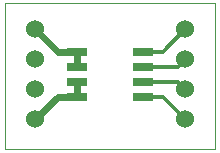
<source format=gtl>
G75*
%MOIN*%
%OFA0B0*%
%FSLAX25Y25*%
%IPPOS*%
%LPD*%
%AMOC8*
5,1,8,0,0,1.08239X$1,22.5*
%
%ADD10C,0.00000*%
%ADD11C,0.06000*%
%ADD12R,0.06890X0.02559*%
%ADD13C,0.02400*%
%ADD14C,0.01200*%
D10*
X0001000Y0001000D02*
X0001000Y0049701D01*
X0070921Y0049701D01*
X0070921Y0001000D01*
X0001000Y0001000D01*
D11*
X0011000Y0011000D03*
X0011000Y0021000D03*
X0011000Y0031000D03*
X0011000Y0041000D03*
X0061000Y0041000D03*
X0061000Y0031000D03*
X0061000Y0021000D03*
X0061000Y0011000D03*
D12*
X0047024Y0018500D03*
X0047024Y0023500D03*
X0047024Y0028500D03*
X0047024Y0033500D03*
X0024976Y0033500D03*
X0024976Y0028500D03*
X0024976Y0023500D03*
X0024976Y0018500D03*
D13*
X0018500Y0018500D01*
X0011000Y0011000D01*
X0024976Y0018500D02*
X0024976Y0023500D01*
X0024976Y0028500D02*
X0024976Y0033500D01*
X0018500Y0033500D01*
X0011000Y0041000D01*
D14*
X0047024Y0033500D02*
X0053500Y0033500D01*
X0061000Y0041000D01*
X0061000Y0031000D02*
X0058500Y0028500D01*
X0047024Y0028500D01*
X0047024Y0023500D02*
X0058500Y0023500D01*
X0061000Y0021000D01*
X0053500Y0018500D02*
X0061000Y0011000D01*
X0053500Y0018500D02*
X0047024Y0018500D01*
M02*

</source>
